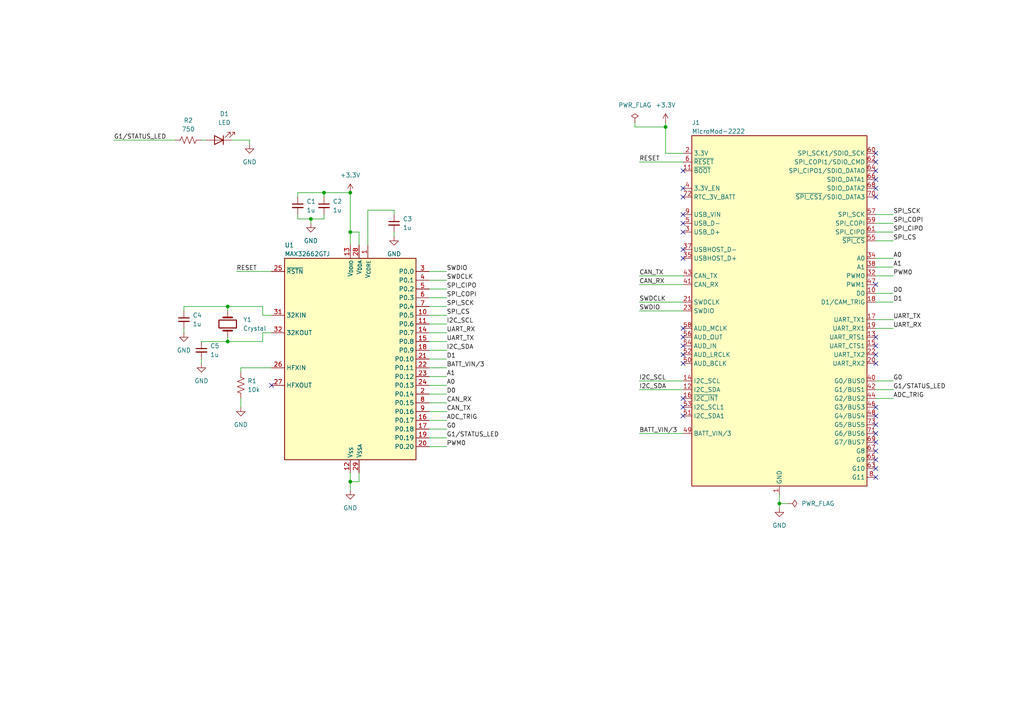
<source format=kicad_sch>
(kicad_sch (version 20230121) (generator eeschema)
  (paper "A4")
  (lib_symbols
    (symbol "Device:C_Small" (pin_numbers hide) (pin_names (offset 0.254) hide)
      (property "Reference" "C" (at 0.254 1.778 0))
      (property "Value" "C_Small" (at 0.254 -2.032 0))
      (symbol "C_Small_0_1"
        (polyline (pts (xy -1.524 -0.508) (xy 1.524 -0.508)) (stroke (width 0.3302)))
        (polyline (pts (xy -1.524 0.508) (xy 1.524 0.508)) (stroke (width 0.3048)))
      )
      (symbol "C_Small_1_1"
        (pin passive line (at 0 2.54 270) (length 2.032) (name "~") (number "1"))
        (pin passive line (at 0 -2.54 90) (length 2.032) (name "~") (number "2"))
      )
    )
    (symbol "Device:Crystal" (pin_numbers hide) (pin_names (offset 1.016) hide)
      (property "Reference" "Y" (at 0 3.81 0))
      (property "Value" "Crystal" (at 0 -3.81 0))
      (symbol "Crystal_0_1"
        (rectangle (start -1.143 2.54) (end 1.143 -2.54) (stroke (width 0.3048)))
        (polyline (pts (xy -2.54 0) (xy -1.905 0)))
        (polyline (pts (xy -1.905 -1.27) (xy -1.905 1.27)) (stroke (width 0.508)))
        (polyline (pts (xy 1.905 -1.27) (xy 1.905 1.27)) (stroke (width 0.508)))
        (polyline (pts (xy 2.54 0) (xy 1.905 0)))
      )
      (symbol "Crystal_1_1"
        (pin passive line (at -3.81 0 0) (length 1.27) (name "1") (number "1"))
        (pin passive line (at 3.81 0 180) (length 1.27) (name "2") (number "2"))
      )
    )
    (symbol "Device:LED" (pin_numbers hide) (pin_names (offset 1.016) hide)
      (property "Reference" "D" (at 0 2.54 0))
      (property "Value" "LED" (at 0 -2.54 0))
      (symbol "LED_0_1"
        (polyline (pts (xy -1.27 -1.27) (xy -1.27 1.27)) (stroke (width 0.254)))
        (polyline (pts (xy -1.27 0) (xy 1.27 0)))
        (polyline (pts (xy 1.27 -1.27) (xy 1.27 1.27) (xy -1.27 0) (xy 1.27 -1.27)) (stroke (width 0.254)))
        (polyline (pts (xy -3.048 -0.762) (xy -4.572 -2.286) (xy -3.81 -2.286) (xy -4.572 -2.286) (xy -4.572 -1.524)))
        (polyline (pts (xy -1.778 -0.762) (xy -3.302 -2.286) (xy -2.54 -2.286) (xy -3.302 -2.286) (xy -3.302 -1.524)))
      )
      (symbol "LED_1_1"
        (pin passive line (at -3.81 0 0) (length 2.54) (name "K") (number "1"))
        (pin passive line (at 3.81 0 180) (length 2.54) (name "A") (number "2"))
      )
    )
    (symbol "Device:R_US" (pin_numbers hide) (pin_names (offset 0))
      (property "Reference" "R" (at 2.54 0 90))
      (property "Value" "R_US" (at -2.54 0 90))
      (symbol "R_US_0_1"
        (polyline (pts (xy 0 -2.286) (xy 0 -2.54)))
        (polyline (pts (xy 0 2.286) (xy 0 2.54)))
        (polyline (pts (xy 0 -0.762) (xy 1.016 -1.143) (xy 0 -1.524) (xy -1.016 -1.905) (xy 0 -2.286)))
        (polyline (pts (xy 0 0.762) (xy 1.016 0.381) (xy 0 0) (xy -1.016 -0.381) (xy 0 -0.762)))
        (polyline (pts (xy 0 2.286) (xy 1.016 1.905) (xy 0 1.524) (xy -1.016 1.143) (xy 0 0.762)))
      )
      (symbol "R_US_1_1"
        (pin passive line (at 0 3.81 270) (length 1.27) (name "~") (number "1"))
        (pin passive line (at 0 -3.81 90) (length 1.27) (name "~") (number "2"))
      )
    )
    (symbol "bobby:MAX32662GTJ"
      (property "Reference" "U" (at -19.05 33.02 0))
      (property "Value" "MAX32662GTJ" (at -19.05 30.48 0))
      (symbol "MAX32662GTJ_0_1"
        (rectangle (start -19.05 29.21) (end 19.05 -29.21) (stroke (width 0.254)) (fill (type background)))
      )
      (symbol "MAX32662GTJ_1_1"
        (pin passive line (at 5.08 33.02 270) (length 3.81) (name "V_{CORE}") (number "1"))
        (pin bidirectional line (at 22.86 12.7 180) (length 3.81) (name "P0.5") (number "10"))
        (pin bidirectional line (at 22.86 10.16 180) (length 3.81) (name "P0.6") (number "11"))
        (pin power_in line (at 0 -33.02 90) (length 3.81) (name "V_{SS}") (number "12"))
        (pin power_in line (at 0 33.02 270) (length 3.81) (name "V_{DDIO}") (number "13"))
        (pin bidirectional line (at 22.86 7.62 180) (length 3.81) (name "P0.7") (number "14"))
        (pin bidirectional line (at 22.86 5.08 180) (length 3.81) (name "P0.8") (number "15"))
        (pin bidirectional line (at 22.86 -17.78 180) (length 3.81) (name "P0.17") (number "16"))
        (pin bidirectional line (at 22.86 -20.32 180) (length 3.81) (name "P0.18") (number "17"))
        (pin bidirectional line (at 22.86 2.54 180) (length 3.81) (name "P0.9") (number "18"))
        (pin bidirectional line (at 22.86 -22.86 180) (length 3.81) (name "P0.19") (number "19"))
        (pin bidirectional line (at 22.86 -10.16 180) (length 3.81) (name "P0.14") (number "2"))
        (pin bidirectional line (at 22.86 -25.4 180) (length 3.81) (name "P0.20") (number "20"))
        (pin bidirectional line (at 22.86 0 180) (length 3.81) (name "P0.10") (number "21"))
        (pin bidirectional line (at 22.86 -2.54 180) (length 3.81) (name "P0.11") (number "22"))
        (pin bidirectional line (at 22.86 -5.08 180) (length 3.81) (name "P0.12") (number "23"))
        (pin bidirectional line (at 22.86 -7.62 180) (length 3.81) (name "P0.13") (number "24"))
        (pin input line (at -22.86 25.4 0) (length 3.81) (name "~{RSTN}") (number "25"))
        (pin input line (at -22.86 -2.54 0) (length 3.81) (name "HFXIN") (number "26"))
        (pin output line (at -22.86 -7.62 0) (length 3.81) (name "HFXOUT") (number "27"))
        (pin power_in line (at 2.54 33.02 270) (length 3.81) (name "V_{DDA}") (number "28"))
        (pin power_in line (at 2.54 -33.02 90) (length 3.81) (name "V_{SSA}") (number "29"))
        (pin bidirectional line (at 22.86 25.4 180) (length 3.81) (name "P0.0") (number "3"))
        (pin passive line (at 0 -33.02 90) (length 3.81) hide (name "V_{SS}") (number "30"))
        (pin input line (at -22.86 12.7 0) (length 3.81) (name "32KIN") (number "31"))
        (pin output line (at -22.86 7.62 0) (length 3.81) (name "32KOUT") (number "32"))
        (pin passive line (at 0 -33.02 90) (length 3.81) hide (name "V_{SS}") (number "33"))
        (pin bidirectional line (at 22.86 22.86 180) (length 3.81) (name "P0.1") (number "4"))
        (pin bidirectional line (at 22.86 20.32 180) (length 3.81) (name "P0.2") (number "5"))
        (pin bidirectional line (at 22.86 17.78 180) (length 3.81) (name "P0.3") (number "6"))
        (pin bidirectional line (at 22.86 15.24 180) (length 3.81) (name "P0.4") (number "7"))
        (pin bidirectional line (at 22.86 -12.7 180) (length 3.81) (name "P0.15") (number "8"))
        (pin bidirectional line (at 22.86 -15.24 180) (length 3.81) (name "P0.16") (number "9"))
      )
    )
    (symbol "bobby:MicroMod-2222"
      (property "Reference" "J" (at -25.4 54.61 0))
      (property "Value" "MicroMod-2222" (at -25.4 52.07 0))
      (symbol "MicroMod-2222_0_0"
        (pin bidirectional line (at 27.94 5.08 180) (length 2.54) (name "D0") (number "10"))
        (pin bidirectional line (at -27.94 -22.86 0) (length 2.54) (name "I2C_SDA") (number "12"))
        (pin output line (at 27.94 -7.62 180) (length 2.54) (name "UART_RTS1") (number "13"))
        (pin input line (at 27.94 -10.16 180) (length 2.54) (name "UART_CTS1") (number "15"))
        (pin output line (at 27.94 -2.54 180) (length 2.54) (name "UART_TX1") (number "17"))
        (pin input line (at 27.94 -5.08 180) (length 2.54) (name "UART_RX1") (number "19"))
        (pin power_in line (at -27.94 45.72 0) (length 2.54) (name "3.3V") (number "2"))
        (pin input line (at -27.94 2.54 0) (length 2.54) (name "SWDCLK") (number "21"))
        (pin output line (at 27.94 -12.7 180) (length 2.54) (name "UART_TX2") (number "22"))
        (pin bidirectional line (at -27.94 22.86 0) (length 2.54) (name "USB_D+") (number "3"))
        (pin output line (at 27.94 10.16 180) (length 2.54) (name "PWM0") (number "32"))
        (pin input line (at 27.94 15.24 180) (length 2.54) (name "A0") (number "34"))
        (pin bidirectional line (at -27.94 15.24 0) (length 2.54) (name "USBHOST_D+") (number "35"))
        (pin bidirectional line (at -27.94 17.78 0) (length 2.54) (name "USBHOST_D-") (number "37"))
        (pin input line (at 27.94 12.7 180) (length 2.54) (name "A1") (number "38"))
        (pin output line (at -27.94 35.56 0) (length 2.54) (name "3.3V_EN") (number "4"))
        (pin bidirectional line (at 27.94 -20.32 180) (length 2.54) (name "G0/BUS0") (number "40"))
        (pin input line (at -27.94 7.62 0) (length 2.54) (name "CAN_RX") (number "41"))
        (pin bidirectional line (at 27.94 -22.86 180) (length 2.54) (name "G1/BUS1") (number "42"))
        (pin output line (at -27.94 10.16 0) (length 2.54) (name "CAN_TX") (number "43"))
        (pin bidirectional line (at 27.94 -25.4 180) (length 2.54) (name "G2/BUS2") (number "44"))
        (pin bidirectional line (at 27.94 -27.94 180) (length 2.54) (name "G3/BUS3") (number "46"))
        (pin output line (at 27.94 7.62 180) (length 2.54) (name "PWM1") (number "47"))
        (pin bidirectional line (at 27.94 -30.48 180) (length 2.54) (name "G4/BUS4") (number "48"))
        (pin bidirectional line (at -27.94 25.4 0) (length 2.54) (name "USB_D-") (number "5"))
        (pin output line (at -27.94 -15.24 0) (length 2.54) (name "AUD_BCLK") (number "50"))
        (pin bidirectional line (at -27.94 -12.7 0) (length 2.54) (name "AUD_LRCLK") (number "52"))
        (pin bidirectional line (at -27.94 -27.94 0) (length 2.54) (name "I2C_SCL1") (number "53"))
        (pin bidirectional line (at -27.94 -10.16 0) (length 2.54) (name "AUD_IN") (number "54"))
        (pin bidirectional line (at -27.94 -7.62 0) (length 2.54) (name "AUD_OUT") (number "56"))
        (pin output line (at 27.94 27.94 180) (length 2.54) (name "SPI_SCK") (number "57"))
        (pin output line (at -27.94 -5.08 0) (length 2.54) (name "AUD_MCLK") (number "58"))
        (pin output line (at 27.94 25.4 180) (length 2.54) (name "SPI_COPI") (number "59"))
        (pin input line (at 27.94 22.86 180) (length 2.54) (name "SPI_CIPO") (number "61"))
        (pin bidirectional line (at 27.94 -45.72 180) (length 2.54) (name "G10") (number "63"))
        (pin bidirectional line (at 27.94 -43.18 180) (length 2.54) (name "G9") (number "65"))
        (pin bidirectional line (at 27.94 38.1 180) (length 2.54) (name "SDIO_DATA1") (number "66"))
        (pin bidirectional line (at 27.94 -40.64 180) (length 2.54) (name "G8") (number "67"))
        (pin bidirectional line (at 27.94 35.56 180) (length 2.54) (name "SDIO_DATA2") (number "68"))
        (pin bidirectional line (at 27.94 -38.1 180) (length 2.54) (name "G7/BUS7") (number "69"))
        (pin power_in line (at -27.94 33.02 0) (length 2.54) (name "RTC_3V_BATT") (number "72"))
        (pin bidirectional line (at 27.94 -33.02 180) (length 2.54) (name "G5/BUS5") (number "73"))
        (pin bidirectional line (at 27.94 -48.26 180) (length 2.54) (name "G11") (number "8"))
        (pin power_in line (at -27.94 27.94 0) (length 2.54) (name "USB_VIN") (number "9"))
      )
      (symbol "MicroMod-2222_0_1"
        (rectangle (start -25.4 50.8) (end 25.4 -50.8) (stroke (width 0.254)) (fill (type background)))
      )
      (symbol "MicroMod-2222_1_0"
        (pin power_in line (at 0 -53.34 90) (length 2.54) (name "GND") (number "1"))
        (pin output line (at -27.94 40.64 0) (length 2.54) (name "~{BOOT}") (number "11"))
        (pin bidirectional line (at -27.94 -20.32 0) (length 2.54) (name "I2C_SCL") (number "14"))
        (pin input line (at -27.94 -25.4 0) (length 2.54) (name "~{I2C_INT}") (number "16"))
        (pin bidirectional line (at 27.94 2.54 180) (length 2.54) (name "D1/CAM_TRIG") (number "18"))
        (pin input line (at 27.94 -15.24 180) (length 2.54) (name "UART_RX2") (number "20"))
        (pin bidirectional line (at -27.94 0 0) (length 2.54) (name "SWDIO") (number "23"))
        (pin passive line (at 0 -53.34 90) (length 2.54) hide (name "GND") (number "33"))
        (pin passive line (at 0 -53.34 90) (length 2.54) hide (name "GND") (number "36"))
        (pin passive line (at 0 -53.34 90) (length 2.54) hide (name "GND") (number "39"))
        (pin passive line (at 0 -53.34 90) (length 2.54) hide (name "GND") (number "45"))
        (pin input line (at -27.94 -35.56 0) (length 2.54) (name "BATT_VIN/3") (number "49"))
        (pin bidirectional line (at -27.94 -30.48 0) (length 2.54) (name "I2C_SDA1") (number "51"))
        (pin bidirectional line (at 27.94 20.32 180) (length 2.54) (name "~{SPI_CS}") (number "55"))
        (pin output line (at -27.94 43.18 0) (length 2.54) (name "~{RESET}") (number "6"))
        (pin output line (at 27.94 45.72 180) (length 2.54) (name "SPI_SCK1/SDIO_SCK") (number "60"))
        (pin bidirectional line (at 27.94 43.18 180) (length 2.54) (name "SPI_COPI1/SDIO_CMD") (number "62"))
        (pin bidirectional line (at 27.94 40.64 180) (length 2.54) (name "SPI_CIPO1/SDIO_DATA0") (number "64"))
        (pin passive line (at 0 -53.34 90) (length 2.54) hide (name "GND") (number "7"))
        (pin bidirectional line (at 27.94 33.02 180) (length 2.54) (name "~{SPI_CS1}/SDIO_DATA3") (number "70"))
        (pin bidirectional line (at 27.94 -35.56 180) (length 2.54) (name "G6/BUS6") (number "71"))
        (pin passive line (at -27.94 45.72 0) (length 2.54) hide (name "3.3V") (number "74"))
        (pin passive line (at 0 -53.34 90) (length 2.54) hide (name "GND") (number "75"))
        (pin passive line (at 0 -53.34 90) (length 2.54) hide (name "GND") (number "76"))
      )
    )
    (symbol "power:+3.3V" (power) (pin_names (offset 0))
      (property "Value" "+3.3V" (at 0 3.556 0))
      (symbol "+3.3V_0_1"
        (polyline (pts (xy -0.762 1.27) (xy 0 2.54)))
        (polyline (pts (xy 0 0) (xy 0 2.54)))
        (polyline (pts (xy 0 2.54) (xy 0.762 1.27)))
      )
      (symbol "+3.3V_1_1"
        (pin power_in line (at 0 0 90) (length 0) hide (name "+3.3V") (number "1"))
      )
    )
    (symbol "power:GND" (power) (pin_names (offset 0))
      (property "Value" "GND" (at 0 -3.81 0))
      (symbol "GND_0_1"
        (polyline (pts (xy 0 0) (xy 0 -1.27) (xy 1.27 -1.27) (xy 0 -2.54) (xy -1.27 -1.27) (xy 0 -1.27)))
      )
      (symbol "GND_1_1"
        (pin power_in line (at 0 0 270) (length 0) hide (name "GND") (number "1"))
      )
    )
    (symbol "power:PWR_FLAG" (power) (pin_numbers hide) (pin_names (offset 0) hide)
      (property "Value" "PWR_FLAG" (at 0 3.81 0))
      (symbol "PWR_FLAG_0_0"
        (pin power_out line (at 0 0 90) (length 0) (name "pwr") (number "1"))
      )
      (symbol "PWR_FLAG_0_1"
        (polyline (pts (xy 0 0) (xy 0 1.27) (xy -1.016 1.905) (xy 0 2.54) (xy 1.016 1.905) (xy 0 1.27)))
      )
    )
  )
  (junction (at 101.6 67.31))
  (junction (at 66.04 99.06))
  (junction (at 193.04 36.83))
  (junction (at 226.06 146.05))
  (junction (at 93.98 55.88))
  (junction (at 101.6 139.7))
  (junction (at 90.17 63.5))
  (junction (at 66.04 88.9))
  (junction (at 101.6 55.88))
  (no_connect (at 254 130.81))
  (no_connect (at 254 100.33))
  (no_connect (at 254 135.89))
  (no_connect (at 254 54.61))
  (no_connect (at 254 82.55))
  (no_connect (at 254 52.07))
  (no_connect (at 254 123.19))
  (no_connect (at 254 138.43))
  (no_connect (at 254 128.27))
  (no_connect (at 198.12 102.87))
  (no_connect (at 254 133.35))
  (no_connect (at 254 49.53))
  (no_connect (at 198.12 67.31))
  (no_connect (at 198.12 115.57))
  (no_connect (at 198.12 100.33))
  (no_connect (at 198.12 49.53))
  (no_connect (at 198.12 95.25))
  (no_connect (at 198.12 57.15))
  (no_connect (at 254 125.73))
  (no_connect (at 254 105.41))
  (no_connect (at 254 46.99))
  (no_connect (at 198.12 54.61))
  (no_connect (at 198.12 118.11))
  (no_connect (at 198.12 120.65))
  (no_connect (at 198.12 72.39))
  (no_connect (at 198.12 74.93))
  (no_connect (at 198.12 105.41))
  (no_connect (at 254 102.87))
  (no_connect (at 254 118.11))
  (no_connect (at 198.12 62.23))
  (no_connect (at 254 44.45))
  (no_connect (at 198.12 97.79))
  (no_connect (at 254 97.79))
  (no_connect (at 254 120.65))
  (no_connect (at 198.12 64.77))
  (no_connect (at 78.74 111.76))
  (no_connect (at 254 57.15))
  (wire (pts (xy 93.98 63.5) (xy 93.98 62.23)))
  (wire (pts (xy 76.2 99.06) (xy 66.04 99.06)))
  (wire (pts (xy 101.6 55.88) (xy 101.6 67.31)))
  (wire (pts (xy 124.46 93.98) (xy 129.54 93.98)))
  (wire (pts (xy 53.34 88.9) (xy 53.34 90.17)))
  (wire (pts (xy 185.42 110.49) (xy 198.12 110.49)))
  (wire (pts (xy 114.3 67.31) (xy 114.3 68.58)))
  (wire (pts (xy 76.2 88.9) (xy 66.04 88.9)))
  (wire (pts (xy 254 62.23) (xy 259.08 62.23)))
  (wire (pts (xy 69.85 115.57) (xy 69.85 118.11)))
  (wire (pts (xy 104.14 67.31) (xy 104.14 71.12)))
  (wire (pts (xy 90.17 63.5) (xy 90.17 64.77)))
  (wire (pts (xy 76.2 96.52) (xy 76.2 99.06)))
  (wire (pts (xy 124.46 129.54) (xy 129.54 129.54)))
  (wire (pts (xy 185.42 46.99) (xy 198.12 46.99)))
  (wire (pts (xy 106.68 60.96) (xy 114.3 60.96)))
  (wire (pts (xy 254 87.63) (xy 259.08 87.63)))
  (wire (pts (xy 124.46 101.6) (xy 129.54 101.6)))
  (wire (pts (xy 124.46 124.46) (xy 129.54 124.46)))
  (wire (pts (xy 124.46 109.22) (xy 129.54 109.22)))
  (wire (pts (xy 106.68 71.12) (xy 106.68 60.96)))
  (wire (pts (xy 93.98 55.88) (xy 101.6 55.88)))
  (wire (pts (xy 124.46 104.14) (xy 129.54 104.14)))
  (wire (pts (xy 254 77.47) (xy 259.08 77.47)))
  (wire (pts (xy 104.14 139.7) (xy 101.6 139.7)))
  (wire (pts (xy 33.02 40.64) (xy 50.8 40.64)))
  (wire (pts (xy 68.58 78.74) (xy 78.74 78.74)))
  (wire (pts (xy 124.46 96.52) (xy 129.54 96.52)))
  (wire (pts (xy 198.12 44.45) (xy 193.04 44.45)))
  (wire (pts (xy 124.46 121.92) (xy 129.54 121.92)))
  (wire (pts (xy 53.34 95.25) (xy 53.34 96.52)))
  (wire (pts (xy 124.46 91.44) (xy 129.54 91.44)))
  (wire (pts (xy 86.36 57.15) (xy 86.36 55.88)))
  (wire (pts (xy 254 95.25) (xy 259.08 95.25)))
  (wire (pts (xy 124.46 127) (xy 129.54 127)))
  (wire (pts (xy 185.42 87.63) (xy 198.12 87.63)))
  (wire (pts (xy 254 69.85) (xy 259.08 69.85)))
  (wire (pts (xy 124.46 116.84) (xy 129.54 116.84)))
  (wire (pts (xy 185.42 90.17) (xy 198.12 90.17)))
  (wire (pts (xy 124.46 114.3) (xy 129.54 114.3)))
  (wire (pts (xy 101.6 137.16) (xy 101.6 139.7)))
  (wire (pts (xy 86.36 63.5) (xy 86.36 62.23)))
  (wire (pts (xy 254 110.49) (xy 259.08 110.49)))
  (wire (pts (xy 66.04 99.06) (xy 66.04 97.79)))
  (wire (pts (xy 124.46 99.06) (xy 129.54 99.06)))
  (wire (pts (xy 101.6 67.31) (xy 104.14 67.31)))
  (wire (pts (xy 226.06 146.05) (xy 226.06 147.32)))
  (wire (pts (xy 124.46 78.74) (xy 129.54 78.74)))
  (wire (pts (xy 124.46 111.76) (xy 129.54 111.76)))
  (wire (pts (xy 193.04 44.45) (xy 193.04 36.83)))
  (wire (pts (xy 69.85 106.68) (xy 69.85 107.95)))
  (wire (pts (xy 184.15 35.56) (xy 184.15 36.83)))
  (wire (pts (xy 78.74 91.44) (xy 76.2 91.44)))
  (wire (pts (xy 72.39 40.64) (xy 72.39 41.91)))
  (wire (pts (xy 185.42 125.73) (xy 198.12 125.73)))
  (wire (pts (xy 78.74 106.68) (xy 69.85 106.68)))
  (wire (pts (xy 185.42 80.01) (xy 198.12 80.01)))
  (wire (pts (xy 78.74 96.52) (xy 76.2 96.52)))
  (wire (pts (xy 114.3 60.96) (xy 114.3 62.23)))
  (wire (pts (xy 254 92.71) (xy 259.08 92.71)))
  (wire (pts (xy 185.42 113.03) (xy 198.12 113.03)))
  (wire (pts (xy 124.46 86.36) (xy 129.54 86.36)))
  (wire (pts (xy 193.04 36.83) (xy 193.04 35.56)))
  (wire (pts (xy 101.6 139.7) (xy 101.6 142.24)))
  (wire (pts (xy 226.06 146.05) (xy 228.6 146.05)))
  (wire (pts (xy 124.46 106.68) (xy 129.54 106.68)))
  (wire (pts (xy 58.42 104.14) (xy 58.42 105.41)))
  (wire (pts (xy 254 115.57) (xy 259.08 115.57)))
  (wire (pts (xy 254 80.01) (xy 259.08 80.01)))
  (wire (pts (xy 90.17 63.5) (xy 93.98 63.5)))
  (wire (pts (xy 58.42 40.64) (xy 59.69 40.64)))
  (wire (pts (xy 124.46 119.38) (xy 129.54 119.38)))
  (wire (pts (xy 76.2 91.44) (xy 76.2 88.9)))
  (wire (pts (xy 254 113.03) (xy 259.08 113.03)))
  (wire (pts (xy 101.6 71.12) (xy 101.6 67.31)))
  (wire (pts (xy 124.46 81.28) (xy 129.54 81.28)))
  (wire (pts (xy 124.46 83.82) (xy 129.54 83.82)))
  (wire (pts (xy 254 64.77) (xy 259.08 64.77)))
  (wire (pts (xy 93.98 55.88) (xy 93.98 57.15)))
  (wire (pts (xy 67.31 40.64) (xy 72.39 40.64)))
  (wire (pts (xy 254 74.93) (xy 259.08 74.93)))
  (wire (pts (xy 254 85.09) (xy 259.08 85.09)))
  (wire (pts (xy 66.04 88.9) (xy 66.04 90.17)))
  (wire (pts (xy 185.42 82.55) (xy 198.12 82.55)))
  (wire (pts (xy 86.36 63.5) (xy 90.17 63.5)))
  (wire (pts (xy 58.42 99.06) (xy 66.04 99.06)))
  (wire (pts (xy 124.46 88.9) (xy 129.54 88.9)))
  (wire (pts (xy 254 67.31) (xy 259.08 67.31)))
  (wire (pts (xy 66.04 88.9) (xy 53.34 88.9)))
  (wire (pts (xy 86.36 55.88) (xy 93.98 55.88)))
  (wire (pts (xy 184.15 36.83) (xy 193.04 36.83)))
  (wire (pts (xy 226.06 143.51) (xy 226.06 146.05)))
  (wire (pts (xy 104.14 137.16) (xy 104.14 139.7)))
  (label "UART_RX" (at 259.08 95.25 0))
  (label "A1" (at 129.54 109.22 0))
  (label "SPI_CIPO" (at 129.54 83.82 0))
  (label "SPI_COPI" (at 129.54 86.36 0))
  (label "SPI_CS" (at 129.54 91.44 0))
  (label "ADC_TRIG" (at 259.08 115.57 0))
  (label "I2C_SDA" (at 129.54 101.6 0))
  (label "ADC_TRIG" (at 129.54 121.92 0))
  (label "G0" (at 259.08 110.49 0))
  (label "SPI_SCK" (at 129.54 88.9 0))
  (label "CAN_RX" (at 185.42 82.55 0))
  (label "G0" (at 129.54 124.46 0))
  (label "CAN_TX" (at 185.42 80.01 0))
  (label "CAN_RX" (at 129.54 116.84 0))
  (label "G1{slash}STATUS_LED" (at 259.08 113.03 0))
  (label "D0" (at 259.08 85.09 0))
  (label "A0" (at 259.08 74.93 0))
  (label "I2C_SCL" (at 185.42 110.49 0))
  (label "BATT_VIN{slash}3" (at 129.54 106.68 0))
  (label "CAN_TX" (at 129.54 119.38 0))
  (label "SWDCLK" (at 129.54 81.28 0))
  (label "I2C_SDA" (at 185.42 113.03 0))
  (label "G1{slash}STATUS_LED" (at 33.02 40.64 0))
  (label "BATT_VIN{slash}3" (at 185.42 125.73 0))
  (label "UART_TX" (at 259.08 92.71 0))
  (label "G1{slash}STATUS_LED" (at 129.54 127 0))
  (label "D1" (at 259.08 87.63 0))
  (label "SPI_CIPO" (at 259.08 67.31 0))
  (label "A1" (at 259.08 77.47 0))
  (label "SPI_SCK" (at 259.08 62.23 0))
  (label "UART_RX" (at 129.54 96.52 0))
  (label "RESET" (at 185.42 46.99 0))
  (label "SWDCLK" (at 185.42 87.63 0))
  (label "UART_TX" (at 129.54 99.06 0))
  (label "SPI_COPI" (at 259.08 64.77 0))
  (label "D1" (at 129.54 104.14 0))
  (label "A0" (at 129.54 111.76 0))
  (label "D0" (at 129.54 114.3 0))
  (label "RESET" (at 68.58 78.74 0))
  (label "PWM0" (at 129.54 129.54 0))
  (label "SWDIO" (at 185.42 90.17 0))
  (label "SPI_CS" (at 259.08 69.85 0))
  (label "I2C_SCL" (at 129.54 93.98 0))
  (label "PWM0" (at 259.08 80.01 0))
  (label "SWDIO" (at 129.54 78.74 0))
  (symbol (lib_id "power:PWR_FLAG") (at 228.6 146.05 270) (unit 1)
    (property "Reference" "#FLG02" (effects hide))
    (property "Value" "PWR_FLAG" (at 232.41 146.05 90) (effects (justify left)))
  )
  (symbol (lib_id "Device:C_Small") (at 93.98 59.69 0) (unit 1)
    (property "Reference" "C2" (at 96.52 58.4263 0) (effects (justify left)))
    (property "Value" "1u" (at 96.52 60.9663 0) (effects (justify left)))
    (property "Footprint" "Capacitor_SMD:C_0603_1608Metric" (effects hide))
  )
  (symbol (lib_id "Device:Crystal") (at 66.04 93.98 90) (unit 1)
    (property "Reference" "Y1" (at 70.485 92.71 90) (effects (justify right)))
    (property "Value" "Crystal" (at 70.485 95.25 90) (effects (justify right)))
    (property "Footprint" "bobby_footprints:ECX-16R" (effects hide))
  )
  (symbol (lib_id "Device:C_Small") (at 86.36 59.69 0) (unit 1)
    (property "Reference" "C1" (at 88.9 58.4263 0) (effects (justify left)))
    (property "Value" "1u" (at 88.9 60.9663 0) (effects (justify left)))
    (property "Footprint" "Capacitor_SMD:C_0603_1608Metric" (effects hide))
  )
  (symbol (lib_id "power:+3.3V") (at 101.6 55.88 0) (unit 1)
    (property "Reference" "#PWR03" (effects hide))
    (property "Value" "+3.3V" (at 101.6 50.8 0))
  )
  (symbol (lib_id "power:GND") (at 114.3 68.58 0) (unit 1)
    (property "Reference" "#PWR05" (effects hide))
    (property "Value" "GND" (at 114.3 73.66 0))
  )
  (symbol (lib_id "bobby:MicroMod-2222") (at 226.06 90.17 0) (unit 1)
    (property "Reference" "J1" (at 200.66 35.56 0) (effects (justify left)))
    (property "Value" "MicroMod-2222" (at 200.66 38.1 0) (effects (justify left)))
    (property "Footprint" "bobby_footprints:micromod_processor" (effects hide))
    (property "Datasheet" "https://www.sparkfun.com/micromod" (effects hide))
  )
  (symbol (lib_id "power:GND") (at 101.6 142.24 0) (unit 1)
    (property "Reference" "#PWR04" (effects hide))
    (property "Value" "GND" (at 101.6 147.32 0))
  )
  (symbol (lib_id "power:GND") (at 226.06 147.32 0) (unit 1)
    (property "Reference" "#PWR07" (effects hide))
    (property "Value" "GND" (at 226.06 152.4 0))
  )
  (symbol (lib_id "bobby:MAX32662GTJ") (at 101.6 104.14 0) (unit 1)
    (property "Reference" "U1" (at 82.55 71.12 0) (effects (justify left)))
    (property "Value" "MAX32662GTJ" (at 82.55 73.66 0) (effects (justify left)))
    (property "Footprint" "Package_DFN_QFN:TQFN-32-1EP_5x5mm_P0.5mm_EP2.1x2.1mm" (effects hide))
    (property "Datasheet" "https://www.analog.com/media/en/technical-documentation/data-sheets/max32662.pdf" (effects hide))
  )
  (symbol (lib_id "power:GND") (at 72.39 41.91 0) (unit 1)
    (property "Reference" "#PWR010" (effects hide))
    (property "Value" "GND" (at 72.39 46.99 0))
  )
  (symbol (lib_id "Device:C_Small") (at 53.34 92.71 0) (unit 1)
    (property "Reference" "C4" (at 55.88 91.4463 0) (effects (justify left)))
    (property "Value" "1u" (at 55.88 93.9863 0) (effects (justify left)))
    (property "Footprint" "Capacitor_SMD:C_0603_1608Metric" (effects hide))
  )
  (symbol (lib_id "Device:C_Small") (at 114.3 64.77 0) (unit 1)
    (property "Reference" "C3" (at 116.84 63.5063 0) (effects (justify left)))
    (property "Value" "1u" (at 116.84 66.0463 0) (effects (justify left)))
    (property "Footprint" "Capacitor_SMD:C_0603_1608Metric" (effects hide))
  )
  (symbol (lib_id "Device:LED") (at 63.5 40.64 180) (unit 1)
    (property "Reference" "D1" (at 65.0875 33.02 0))
    (property "Value" "LED" (at 65.0875 35.56 0))
    (property "Footprint" "LED_SMD:LED_0603_1608Metric" (effects hide))
  )
  (symbol (lib_id "power:GND") (at 69.85 118.11 0) (unit 1)
    (property "Reference" "#PWR01" (effects hide))
    (property "Value" "GND" (at 69.85 123.19 0))
  )
  (symbol (lib_id "power:+3.3V") (at 193.04 35.56 0) (unit 1)
    (property "Reference" "#PWR06" (effects hide))
    (property "Value" "+3.3V" (at 193.04 30.48 0))
  )
  (symbol (lib_id "Device:R_US") (at 54.61 40.64 90) (unit 1)
    (property "Reference" "R2" (at 54.61 34.925 90))
    (property "Value" "750" (at 54.61 37.465 90))
    (property "Footprint" "Resistor_SMD:R_0603_1608Metric" (effects hide))
  )
  (symbol (lib_id "Device:C_Small") (at 58.42 101.6 0) (unit 1)
    (property "Reference" "C5" (at 60.96 100.3363 0) (effects (justify left)))
    (property "Value" "1u" (at 60.96 102.8763 0) (effects (justify left)))
    (property "Footprint" "Capacitor_SMD:C_0603_1608Metric" (effects hide))
  )
  (symbol (lib_id "power:PWR_FLAG") (at 184.15 35.56 0) (unit 1)
    (property "Reference" "#FLG01" (effects hide))
    (property "Value" "PWR_FLAG" (at 184.15 30.48 0))
  )
  (symbol (lib_id "power:GND") (at 90.17 64.77 0) (unit 1)
    (property "Reference" "#PWR02" (effects hide))
    (property "Value" "GND" (at 90.17 69.85 0))
  )
  (symbol (lib_id "power:GND") (at 58.42 105.41 0) (unit 1)
    (property "Reference" "#PWR08" (effects hide))
    (property "Value" "GND" (at 58.42 110.49 0))
  )
  (symbol (lib_id "power:GND") (at 53.34 96.52 0) (unit 1)
    (property "Reference" "#PWR09" (effects hide))
    (property "Value" "GND" (at 53.34 101.6 0))
  )
  (symbol (lib_id "Device:R_US") (at 69.85 111.76 0) (unit 1)
    (property "Reference" "R1" (at 71.755 110.49 0) (effects (justify left)))
    (property "Value" "10k" (at 71.755 113.03 0) (effects (justify left)))
    (property "Footprint" "Resistor_SMD:R_0603_1608Metric" (effects hide))
  )
)
</source>
